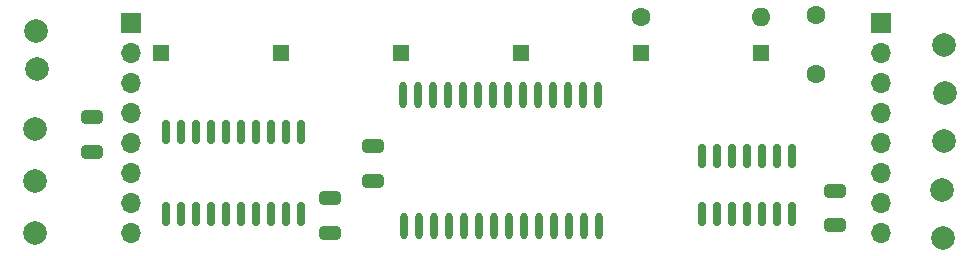
<source format=gts>
G04 #@! TF.GenerationSoftware,KiCad,Pcbnew,6.0.9-8da3e8f707~116~ubuntu20.04.1*
G04 #@! TF.CreationDate,2022-11-07T18:31:13+00:00*
G04 #@! TF.ProjectId,slrm,736c726d-2e6b-4696-9361-645f70636258,rev?*
G04 #@! TF.SameCoordinates,Original*
G04 #@! TF.FileFunction,Soldermask,Top*
G04 #@! TF.FilePolarity,Negative*
%FSLAX46Y46*%
G04 Gerber Fmt 4.6, Leading zero omitted, Abs format (unit mm)*
G04 Created by KiCad (PCBNEW 6.0.9-8da3e8f707~116~ubuntu20.04.1) date 2022-11-07 18:31:13*
%MOMM*%
%LPD*%
G01*
G04 APERTURE LIST*
G04 Aperture macros list*
%AMRoundRect*
0 Rectangle with rounded corners*
0 $1 Rounding radius*
0 $2 $3 $4 $5 $6 $7 $8 $9 X,Y pos of 4 corners*
0 Add a 4 corners polygon primitive as box body*
4,1,4,$2,$3,$4,$5,$6,$7,$8,$9,$2,$3,0*
0 Add four circle primitives for the rounded corners*
1,1,$1+$1,$2,$3*
1,1,$1+$1,$4,$5*
1,1,$1+$1,$6,$7*
1,1,$1+$1,$8,$9*
0 Add four rect primitives between the rounded corners*
20,1,$1+$1,$2,$3,$4,$5,0*
20,1,$1+$1,$4,$5,$6,$7,0*
20,1,$1+$1,$6,$7,$8,$9,0*
20,1,$1+$1,$8,$9,$2,$3,0*%
G04 Aperture macros list end*
%ADD10RoundRect,0.250000X0.650000X-0.325000X0.650000X0.325000X-0.650000X0.325000X-0.650000X-0.325000X0*%
%ADD11C,2.000000*%
%ADD12RoundRect,0.150000X-0.150000X0.825000X-0.150000X-0.825000X0.150000X-0.825000X0.150000X0.825000X0*%
%ADD13R,1.350000X1.350000*%
%ADD14C,1.600000*%
%ADD15O,0.600000X2.250000*%
%ADD16R,1.700000X1.700000*%
%ADD17O,1.700000X1.700000*%
%ADD18O,1.600000X1.600000*%
%ADD19RoundRect,0.150000X-0.150000X0.837500X-0.150000X-0.837500X0.150000X-0.837500X0.150000X0.837500X0*%
%ADD20RoundRect,0.250000X-0.650000X0.325000X-0.650000X-0.325000X0.650000X-0.325000X0.650000X0.325000X0*%
G04 APERTURE END LIST*
D10*
X116110000Y-97255000D03*
X116110000Y-94305000D03*
D11*
X188282400Y-88177000D03*
X188307800Y-92291800D03*
X188257000Y-96355800D03*
X188130000Y-104560000D03*
X188079200Y-100470600D03*
X111419400Y-90278400D03*
X111401600Y-87041200D03*
X111300000Y-95296200D03*
X111300000Y-99766600D03*
X111300000Y-104110000D03*
D12*
X175340000Y-97595000D03*
X174070000Y-97595000D03*
X172800000Y-97595000D03*
X171530000Y-97595000D03*
X170260000Y-97595000D03*
X168990000Y-97595000D03*
X167720000Y-97595000D03*
X167720000Y-102545000D03*
X168990000Y-102545000D03*
X170260000Y-102545000D03*
X171530000Y-102545000D03*
X172800000Y-102545000D03*
X174070000Y-102545000D03*
X175340000Y-102545000D03*
D10*
X179020000Y-103485000D03*
X179020000Y-100535000D03*
D13*
X121920000Y-88900000D03*
X162560000Y-88900000D03*
D14*
X177400000Y-85690000D03*
X177400000Y-90690000D03*
D13*
X142240000Y-88900000D03*
D15*
X142493809Y-103550000D03*
X143763809Y-103550000D03*
X145033809Y-103550000D03*
X146303809Y-103550000D03*
X147573809Y-103550000D03*
X148843809Y-103550000D03*
X150113809Y-103550000D03*
X151383809Y-103550000D03*
X152653809Y-103550000D03*
X153923809Y-103550000D03*
X155193809Y-103550000D03*
X156463809Y-103550000D03*
X157733809Y-103550000D03*
X159003809Y-103550000D03*
X158943809Y-92450000D03*
X157673809Y-92450000D03*
X156403809Y-92450000D03*
X155133809Y-92450000D03*
X153863809Y-92450000D03*
X152593809Y-92450000D03*
X151323809Y-92450000D03*
X150053809Y-92450000D03*
X148783809Y-92450000D03*
X147513809Y-92450000D03*
X146243809Y-92450000D03*
X144973809Y-92450000D03*
X143703809Y-92450000D03*
X142433809Y-92450000D03*
D16*
X119380000Y-86360000D03*
D17*
X119380000Y-88900000D03*
X119380000Y-91440000D03*
X119380000Y-93980000D03*
X119380000Y-96520000D03*
X119380000Y-99060000D03*
X119380000Y-101600000D03*
X119380000Y-104140000D03*
D14*
X162585400Y-85826600D03*
D18*
X172745400Y-85826600D03*
D10*
X136300000Y-104150000D03*
X136300000Y-101200000D03*
D16*
X182880000Y-86360000D03*
D17*
X182880000Y-88900000D03*
X182880000Y-91440000D03*
X182880000Y-93980000D03*
X182880000Y-96520000D03*
X182880000Y-99060000D03*
X182880000Y-101600000D03*
X182880000Y-104140000D03*
D13*
X132080000Y-88900000D03*
X172720000Y-88900000D03*
D19*
X133815000Y-95577500D03*
X132545000Y-95577500D03*
X131275000Y-95577500D03*
X130005000Y-95577500D03*
X128735000Y-95577500D03*
X127465000Y-95577500D03*
X126195000Y-95577500D03*
X124925000Y-95577500D03*
X123655000Y-95577500D03*
X122385000Y-95577500D03*
X122385000Y-102502500D03*
X123655000Y-102502500D03*
X124925000Y-102502500D03*
X126195000Y-102502500D03*
X127465000Y-102502500D03*
X128735000Y-102502500D03*
X130005000Y-102502500D03*
X131275000Y-102502500D03*
X132545000Y-102502500D03*
X133815000Y-102502500D03*
D13*
X152400000Y-88900000D03*
D20*
X139900000Y-96789583D03*
X139900000Y-99739583D03*
M02*

</source>
